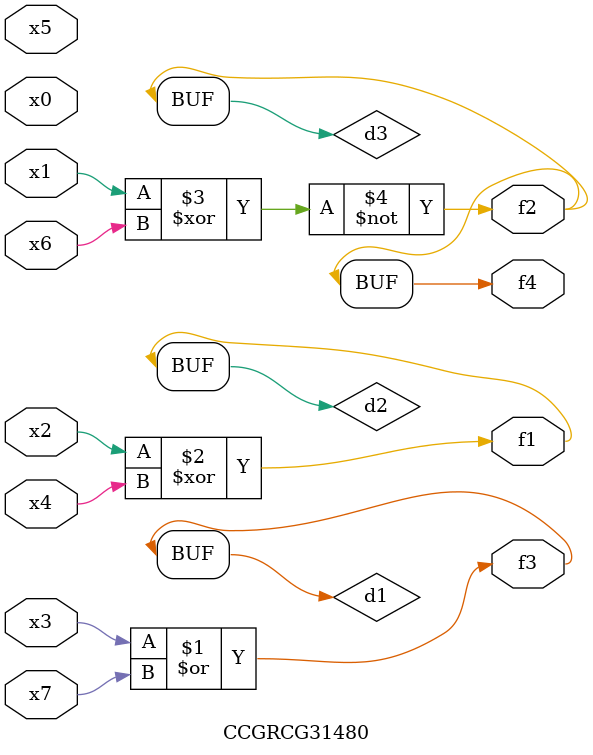
<source format=v>
module CCGRCG31480(
	input x0, x1, x2, x3, x4, x5, x6, x7,
	output f1, f2, f3, f4
);

	wire d1, d2, d3;

	or (d1, x3, x7);
	xor (d2, x2, x4);
	xnor (d3, x1, x6);
	assign f1 = d2;
	assign f2 = d3;
	assign f3 = d1;
	assign f4 = d3;
endmodule

</source>
